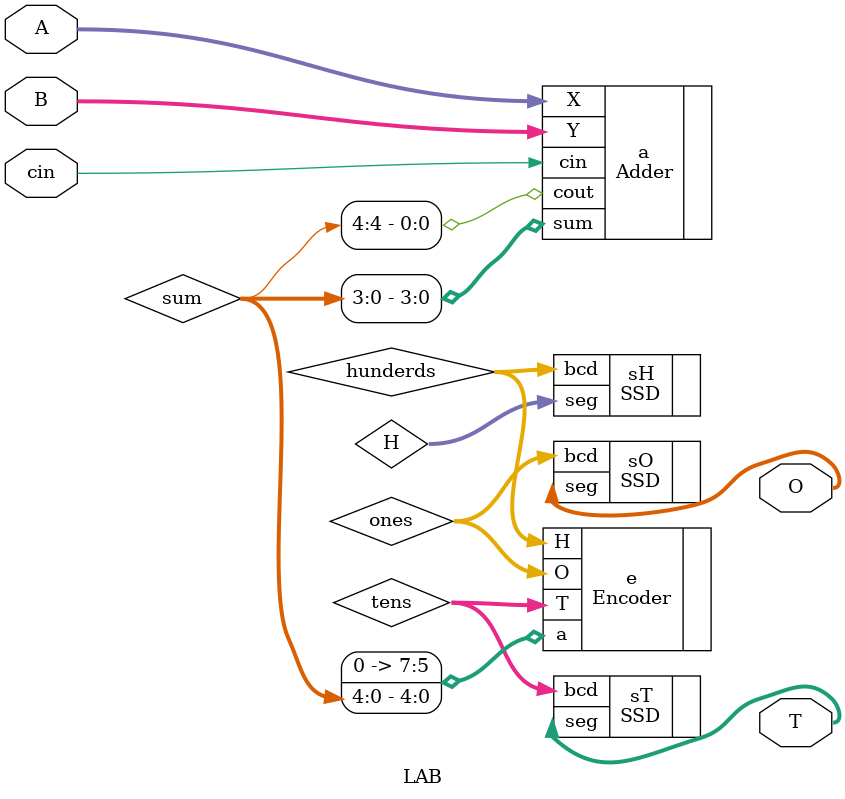
<source format=v>
module LAB (
    input [3:0] A,
    input [3:0] B,
    input cin,

    output [6:0] T,
    output [6:0] O
);
wire [4:0] sum;
 wire [6:0] H;
Adder a(
    .X(A),
    .Y(B),
    .cin(cin),
    .sum({sum[3],sum[2],sum[1],sum[0]}),

    .cout(sum[4])
);
wire [3:0] hunderds,tens,ones;
Encoder e(
	.a({3'b000, sum}),
	.H(hunderds),
	.T(tens),
	.O(ones)
);

SSD sH(
    .bcd(hunderds),
    .seg(H)
);

SSD sT(
    .bcd(tens),
    .seg(T)
);

SSD sO(
    .bcd(ones),
    .seg(O)
);

endmodule
</source>
